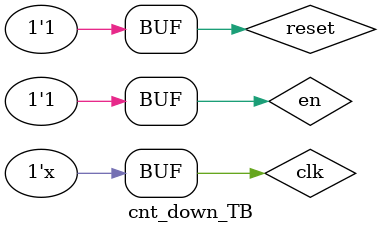
<source format=v>
module cnt_down_to_zero(reset, en, clk, count_out);
    parameter count_dir = 0;
    parameter init_val = 8'b11111111;
    parameter final_val = 8'b00000000;
    parameter step = 2;
    input reset, en, clk;
    output [7:0] count_out;
    reg [7:0] count_out;
    initial
    count_out <= init_val;
    always @(reset)
    count_out <= init_val;
    always @(posedge clk) begin
        if(!reset)
            count_out <= init_val;
        else if(en) begin
            case (count_dir)
            0:count_out <= count_out - step;
            1:count_out <= count_out + step;
            default:$display("Wrong step number");
            endcase
         end    
    end
endmodule

module cnt_down_TB;
    parameter semiper = 1;
    reg reset, en, clk;
    wire [7:0] count_out;
    cnt_down_to_zero cnt_DUT(reset,en,clk,count_out);
    initial begin
       clk = 0;
       en = 0;
       reset = 1;
       #30
       en = 1;
       #174
       reset =0;
       #12
       reset =1;
       #3
       en = 0;
       #5
       en = 1;
    end
    always #semiper 
    clk= ~clk;    
endmodule
</source>
